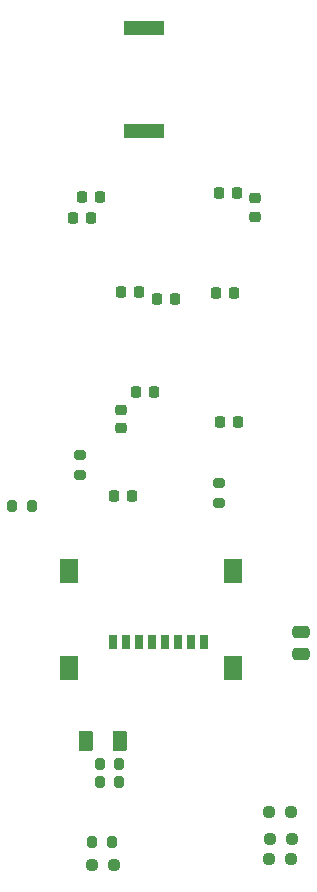
<source format=gbr>
%TF.GenerationSoftware,KiCad,Pcbnew,7.0.5*%
%TF.CreationDate,2023-08-09T18:59:09-07:00*%
%TF.ProjectId,lyra r1,6c797261-2072-4312-9e6b-696361645f70,rev?*%
%TF.SameCoordinates,Original*%
%TF.FileFunction,Paste,Bot*%
%TF.FilePolarity,Positive*%
%FSLAX46Y46*%
G04 Gerber Fmt 4.6, Leading zero omitted, Abs format (unit mm)*
G04 Created by KiCad (PCBNEW 7.0.5) date 2023-08-09 18:59:09*
%MOMM*%
%LPD*%
G01*
G04 APERTURE LIST*
G04 Aperture macros list*
%AMRoundRect*
0 Rectangle with rounded corners*
0 $1 Rounding radius*
0 $2 $3 $4 $5 $6 $7 $8 $9 X,Y pos of 4 corners*
0 Add a 4 corners polygon primitive as box body*
4,1,4,$2,$3,$4,$5,$6,$7,$8,$9,$2,$3,0*
0 Add four circle primitives for the rounded corners*
1,1,$1+$1,$2,$3*
1,1,$1+$1,$4,$5*
1,1,$1+$1,$6,$7*
1,1,$1+$1,$8,$9*
0 Add four rect primitives between the rounded corners*
20,1,$1+$1,$2,$3,$4,$5,0*
20,1,$1+$1,$4,$5,$6,$7,0*
20,1,$1+$1,$6,$7,$8,$9,0*
20,1,$1+$1,$8,$9,$2,$3,0*%
G04 Aperture macros list end*
%ADD10RoundRect,0.237500X-0.250000X-0.237500X0.250000X-0.237500X0.250000X0.237500X-0.250000X0.237500X0*%
%ADD11RoundRect,0.200000X-0.275000X0.200000X-0.275000X-0.200000X0.275000X-0.200000X0.275000X0.200000X0*%
%ADD12RoundRect,0.225000X-0.225000X-0.250000X0.225000X-0.250000X0.225000X0.250000X-0.225000X0.250000X0*%
%ADD13RoundRect,0.225000X0.225000X0.250000X-0.225000X0.250000X-0.225000X-0.250000X0.225000X-0.250000X0*%
%ADD14RoundRect,0.200000X0.200000X0.275000X-0.200000X0.275000X-0.200000X-0.275000X0.200000X-0.275000X0*%
%ADD15RoundRect,0.200000X-0.200000X-0.275000X0.200000X-0.275000X0.200000X0.275000X-0.200000X0.275000X0*%
%ADD16RoundRect,0.225000X0.250000X-0.225000X0.250000X0.225000X-0.250000X0.225000X-0.250000X-0.225000X0*%
%ADD17RoundRect,0.225000X-0.250000X0.225000X-0.250000X-0.225000X0.250000X-0.225000X0.250000X0.225000X0*%
%ADD18RoundRect,0.250000X0.375000X0.625000X-0.375000X0.625000X-0.375000X-0.625000X0.375000X-0.625000X0*%
%ADD19R,3.400000X1.300000*%
%ADD20R,1.500000X2.000000*%
%ADD21R,0.800000X1.200000*%
%ADD22RoundRect,0.237500X0.250000X0.237500X-0.250000X0.237500X-0.250000X-0.237500X0.250000X-0.237500X0*%
%ADD23RoundRect,0.250000X-0.475000X0.250000X-0.475000X-0.250000X0.475000X-0.250000X0.475000X0.250000X0*%
G04 APERTURE END LIST*
D10*
%TO.C,R3*%
X152175000Y-153750000D03*
X154000000Y-153750000D03*
%TD*%
D11*
%TO.C,R11*%
X136042400Y-121298200D03*
X136042400Y-122948200D03*
%TD*%
D12*
%TO.C,C22*%
X139560000Y-107442000D03*
X141110000Y-107442000D03*
%TD*%
D13*
%TO.C,C6*%
X137020600Y-101193600D03*
X135470600Y-101193600D03*
%TD*%
D14*
%TO.C,R1*%
X138750000Y-154000000D03*
X137100000Y-154000000D03*
%TD*%
D15*
%TO.C,R14*%
X137732000Y-147471000D03*
X139382000Y-147471000D03*
%TD*%
D13*
%TO.C,C8*%
X149365000Y-99060000D03*
X147815000Y-99060000D03*
%TD*%
D12*
%TO.C,C20*%
X147942000Y-118491000D03*
X149492000Y-118491000D03*
%TD*%
D10*
%TO.C,R5*%
X137087500Y-156000000D03*
X138912500Y-156000000D03*
%TD*%
D14*
%TO.C,R13*%
X139382000Y-148971000D03*
X137732000Y-148971000D03*
%TD*%
D12*
%TO.C,C5*%
X136225000Y-99466400D03*
X137775000Y-99466400D03*
%TD*%
%TO.C,C14*%
X140830000Y-115951000D03*
X142380000Y-115951000D03*
%TD*%
D14*
%TO.C,R19*%
X131990600Y-125628400D03*
X130340600Y-125628400D03*
%TD*%
D16*
%TO.C,C21*%
X139573000Y-119012000D03*
X139573000Y-117462000D03*
%TD*%
D12*
%TO.C,C10*%
X138925000Y-124714000D03*
X140475000Y-124714000D03*
%TD*%
D13*
%TO.C,C17*%
X149111000Y-107569000D03*
X147561000Y-107569000D03*
%TD*%
D17*
%TO.C,C7*%
X150876000Y-99555000D03*
X150876000Y-101105000D03*
%TD*%
D18*
%TO.C,F2*%
X139423600Y-145491200D03*
X136623600Y-145491200D03*
%TD*%
D19*
%TO.C,LS1*%
X141500000Y-93850000D03*
X141500000Y-85150000D03*
%TD*%
D20*
%TO.C,J9*%
X149058000Y-139318000D03*
X135168000Y-139318000D03*
X135168000Y-131118000D03*
X149058000Y-131118000D03*
D21*
X138888000Y-137118000D03*
X139988000Y-137118000D03*
X141088000Y-137118000D03*
X142188000Y-137118000D03*
X143288000Y-137118000D03*
X144388000Y-137118000D03*
X145488000Y-137118000D03*
X146588000Y-137118000D03*
%TD*%
D22*
%TO.C,R6*%
X153912500Y-151500000D03*
X152087500Y-151500000D03*
%TD*%
%TO.C,R4*%
X153912500Y-155500000D03*
X152087500Y-155500000D03*
%TD*%
D11*
%TO.C,R7*%
X147828000Y-123675000D03*
X147828000Y-125325000D03*
%TD*%
D12*
%TO.C,C13*%
X142608000Y-108077000D03*
X144158000Y-108077000D03*
%TD*%
D23*
%TO.C,C15*%
X154787600Y-136260800D03*
X154787600Y-138160800D03*
%TD*%
M02*

</source>
